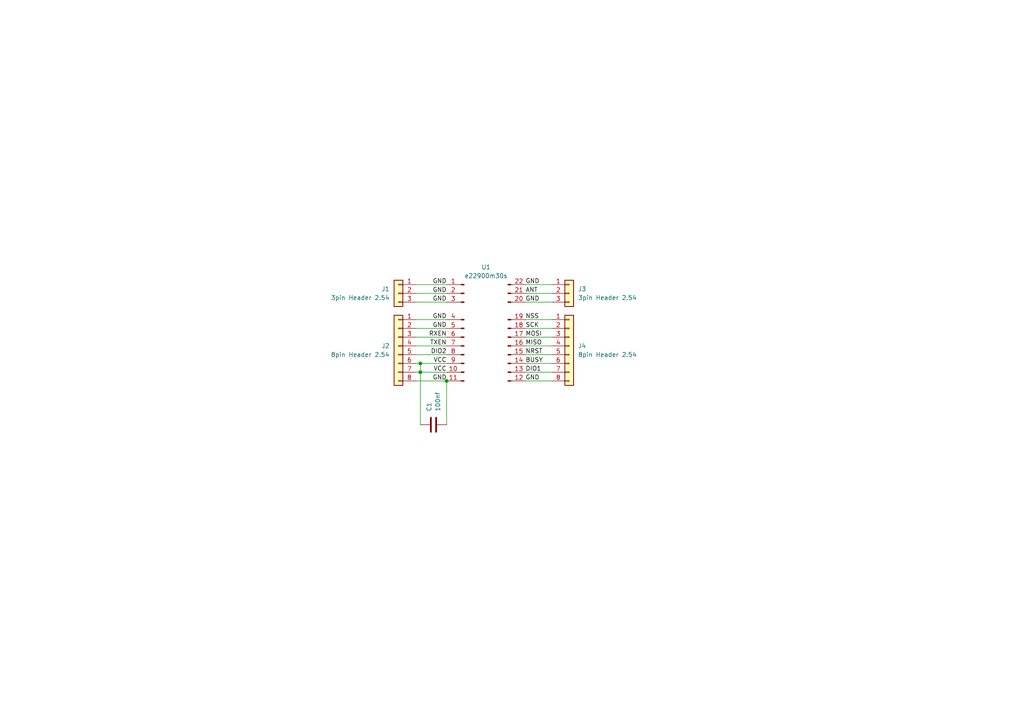
<source format=kicad_sch>
(kicad_sch (version 20231120) (generator "eeschema") (generator_version "8.0")
  (paper "A4")
  (lib_symbols
    (symbol "Connector_Generic:Conn_01x03" (pin_names (offset 1.016) hide)
      (property "Reference" "J" (at 0 5.08 0))
      (property "Value" "Conn_01x03" (at 0 -5.08 0))
      (symbol "Conn_01x03_1_1"
        (rectangle (start -1.27 -2.413) (end 0 -2.667) (stroke (width 0.1524)))
        (rectangle (start -1.27 0.127) (end 0 -0.127) (stroke (width 0.1524)))
        (rectangle (start -1.27 2.667) (end 0 2.413) (stroke (width 0.1524)))
        (rectangle (start -1.27 3.81) (end 1.27 -3.81) (stroke (width 0.254)) (fill (type background)))
        (pin passive line (at -5.08 2.54 0) (length 3.81) (name "Pin_1") (number "1"))
        (pin passive line (at -5.08 0 0) (length 3.81) (name "Pin_2") (number "2"))
        (pin passive line (at -5.08 -2.54 0) (length 3.81) (name "Pin_3") (number "3"))
      )
    )
    (symbol "Connector_Generic:Conn_01x08" (pin_names (offset 1.016) hide)
      (property "Reference" "J" (at 0 10.16 0))
      (property "Value" "Conn_01x08" (at 0 -12.7 0))
      (symbol "Conn_01x08_1_1"
        (rectangle (start -1.27 -10.033) (end 0 -10.287) (stroke (width 0.1524)))
        (rectangle (start -1.27 -7.493) (end 0 -7.747) (stroke (width 0.1524)))
        (rectangle (start -1.27 -4.953) (end 0 -5.207) (stroke (width 0.1524)))
        (rectangle (start -1.27 -2.413) (end 0 -2.667) (stroke (width 0.1524)))
        (rectangle (start -1.27 0.127) (end 0 -0.127) (stroke (width 0.1524)))
        (rectangle (start -1.27 2.667) (end 0 2.413) (stroke (width 0.1524)))
        (rectangle (start -1.27 5.207) (end 0 4.953) (stroke (width 0.1524)))
        (rectangle (start -1.27 7.747) (end 0 7.493) (stroke (width 0.1524)))
        (rectangle (start -1.27 8.89) (end 1.27 -11.43) (stroke (width 0.254)) (fill (type background)))
        (pin passive line (at -5.08 7.62 0) (length 3.81) (name "Pin_1") (number "1"))
        (pin passive line (at -5.08 5.08 0) (length 3.81) (name "Pin_2") (number "2"))
        (pin passive line (at -5.08 2.54 0) (length 3.81) (name "Pin_3") (number "3"))
        (pin passive line (at -5.08 0 0) (length 3.81) (name "Pin_4") (number "4"))
        (pin passive line (at -5.08 -2.54 0) (length 3.81) (name "Pin_5") (number "5"))
        (pin passive line (at -5.08 -5.08 0) (length 3.81) (name "Pin_6") (number "6"))
        (pin passive line (at -5.08 -7.62 0) (length 3.81) (name "Pin_7") (number "7"))
        (pin passive line (at -5.08 -10.16 0) (length 3.81) (name "Pin_8") (number "8"))
      )
    )
    (symbol "Device:C" (pin_numbers hide) (pin_names (offset 0.254))
      (property "Reference" "C" (at 0.635 2.54 0))
      (property "Value" "C" (at 0.635 -2.54 0))
      (symbol "C_0_1"
        (polyline (pts (xy -2.032 -0.762) (xy 2.032 -0.762)) (stroke (width 0.508)))
        (polyline (pts (xy -2.032 0.762) (xy 2.032 0.762)) (stroke (width 0.508)))
      )
      (symbol "C_1_1"
        (pin passive line (at 0 3.81 270) (length 2.794) (name "~") (number "1"))
        (pin passive line (at 0 -3.81 90) (length 2.794) (name "~") (number "2"))
      )
    )
    (symbol "e22:e22900m30s" (pin_names (offset 1.016) hide)
      (property "Reference" "U2" (at 0 22.86 0))
      (property "Value" "e22900m30s" (at 0 20.32 0))
      (symbol "e22900m30s_1_1"
        (rectangle (start -7.2136 -10.033) (end -6.35 -10.287) (stroke (width 0.1524)) (fill (type outline)))
        (rectangle (start -7.2136 -7.493) (end -6.35 -7.747) (stroke (width 0.1524)) (fill (type outline)))
        (rectangle (start -7.2136 -4.953) (end -6.35 -5.207) (stroke (width 0.1524)) (fill (type outline)))
        (rectangle (start -7.2136 -2.413) (end -6.35 -2.667) (stroke (width 0.1524)) (fill (type outline)))
        (rectangle (start -7.2136 0.127) (end -6.35 -0.127) (stroke (width 0.1524)) (fill (type outline)))
        (rectangle (start -7.2136 2.667) (end -6.35 2.413) (stroke (width 0.1524)) (fill (type outline)))
        (rectangle (start -7.2136 5.207) (end -6.35 4.953) (stroke (width 0.1524)) (fill (type outline)))
        (rectangle (start -7.2136 7.747) (end -6.35 7.493) (stroke (width 0.1524)) (fill (type outline)))
        (rectangle (start -7.2136 12.827) (end -6.35 12.573) (stroke (width 0.1524)) (fill (type outline)))
        (rectangle (start -7.2136 15.367) (end -6.35 15.113) (stroke (width 0.1524)) (fill (type outline)))
        (rectangle (start -7.2136 17.907) (end -6.35 17.653) (stroke (width 0.1524)) (fill (type outline)))
        (polyline (pts (xy -7.62 -10.16) (xy -7.2136 -10.16)) (stroke (width 0.1524)))
        (polyline (pts (xy -7.62 -7.62) (xy -7.2136 -7.62)) (stroke (width 0.1524)))
        (polyline (pts (xy -7.62 -5.08) (xy -7.2136 -5.08)) (stroke (width 0.1524)))
        (polyline (pts (xy -7.62 -2.54) (xy -7.2136 -2.54)) (stroke (width 0.1524)))
        (polyline (pts (xy -7.62 0) (xy -7.2136 0)) (stroke (width 0.1524)))
        (polyline (pts (xy -7.62 2.54) (xy -7.2136 2.54)) (stroke (width 0.1524)))
        (polyline (pts (xy -7.62 5.08) (xy -7.2136 5.08)) (stroke (width 0.1524)))
        (polyline (pts (xy -7.62 7.62) (xy -7.2136 7.62)) (stroke (width 0.1524)))
        (polyline (pts (xy -7.62 12.7) (xy -7.2136 12.7)) (stroke (width 0.1524)))
        (polyline (pts (xy -7.62 15.24) (xy -7.2136 15.24)) (stroke (width 0.1524)))
        (polyline (pts (xy -7.62 17.78) (xy -7.2136 17.78)) (stroke (width 0.1524)))
        (polyline (pts (xy 7.62 -10.16) (xy 7.2136 -10.16)) (stroke (width 0.1524)))
        (polyline (pts (xy 7.62 -7.62) (xy 7.2136 -7.62)) (stroke (width 0.1524)))
        (polyline (pts (xy 7.62 -5.08) (xy 7.2136 -5.08)) (stroke (width 0.1524)))
        (polyline (pts (xy 7.62 -2.54) (xy 7.2136 -2.54)) (stroke (width 0.1524)))
        (polyline (pts (xy 7.62 0) (xy 7.2136 0)) (stroke (width 0.1524)))
        (polyline (pts (xy 7.62 2.54) (xy 7.2136 2.54)) (stroke (width 0.1524)))
        (polyline (pts (xy 7.62 5.08) (xy 7.2136 5.08)) (stroke (width 0.1524)))
        (polyline (pts (xy 7.62 7.62) (xy 7.2136 7.62)) (stroke (width 0.1524)))
        (polyline (pts (xy 7.62 12.7) (xy 7.2136 12.7)) (stroke (width 0.1524)))
        (polyline (pts (xy 7.62 15.24) (xy 7.2136 15.24)) (stroke (width 0.1524)))
        (polyline (pts (xy 7.62 17.78) (xy 7.2136 17.78)) (stroke (width 0.1524)))
        (rectangle (start 7.2136 -10.033) (end 6.35 -10.287) (stroke (width 0.1524)) (fill (type outline)))
        (rectangle (start 7.2136 -7.493) (end 6.35 -7.747) (stroke (width 0.1524)) (fill (type outline)))
        (rectangle (start 7.2136 -4.953) (end 6.35 -5.207) (stroke (width 0.1524)) (fill (type outline)))
        (rectangle (start 7.2136 -2.413) (end 6.35 -2.667) (stroke (width 0.1524)) (fill (type outline)))
        (rectangle (start 7.2136 0.127) (end 6.35 -0.127) (stroke (width 0.1524)) (fill (type outline)))
        (rectangle (start 7.2136 2.667) (end 6.35 2.413) (stroke (width 0.1524)) (fill (type outline)))
        (rectangle (start 7.2136 5.207) (end 6.35 4.953) (stroke (width 0.1524)) (fill (type outline)))
        (rectangle (start 7.2136 7.747) (end 6.35 7.493) (stroke (width 0.1524)) (fill (type outline)))
        (rectangle (start 7.2136 12.827) (end 6.35 12.573) (stroke (width 0.1524)) (fill (type outline)))
        (rectangle (start 7.2136 15.367) (end 6.35 15.113) (stroke (width 0.1524)) (fill (type outline)))
        (rectangle (start 7.2136 17.907) (end 6.35 17.653) (stroke (width 0.1524)) (fill (type outline)))
        (pin input line (at -11.43 17.78 0) (length 3.81) (name "GND") (number "1"))
        (pin passive line (at -11.43 -7.62 0) (length 3.81) (name "VCC") (number "10"))
        (pin passive line (at -11.43 -10.16 0) (length 3.81) (name "GND") (number "11"))
        (pin passive line (at 11.43 -10.16 180) (length 3.81) (name "GND") (number "12"))
        (pin passive line (at 11.43 -7.62 180) (length 3.81) (name "DIO1") (number "13"))
        (pin passive line (at 11.43 -5.08 180) (length 3.81) (name "BUSY") (number "14"))
        (pin passive line (at 11.43 -2.54 180) (length 3.81) (name "NRST") (number "15"))
        (pin passive line (at 11.43 0 180) (length 3.81) (name "MISO") (number "16"))
        (pin passive line (at 11.43 2.54 180) (length 3.81) (name "MOSI") (number "17"))
        (pin passive line (at 11.43 5.08 180) (length 3.81) (name "SCK") (number "18"))
        (pin passive line (at 11.43 7.62 180) (length 3.81) (name "NSS") (number "19"))
        (pin passive line (at -11.43 15.24 0) (length 3.81) (name "GND") (number "2"))
        (pin passive line (at 11.43 12.7 180) (length 3.81) (name "GND") (number "20"))
        (pin passive line (at 11.43 15.24 180) (length 3.81) (name "ANT") (number "21"))
        (pin passive line (at 11.43 17.78 180) (length 3.81) (name "GND") (number "22"))
        (pin passive line (at -11.43 12.7 0) (length 3.81) (name "GND") (number "3"))
        (pin passive line (at -11.43 7.62 0) (length 3.81) (name "GND") (number "4"))
        (pin passive line (at -11.43 5.08 0) (length 3.81) (name "GND") (number "5"))
        (pin passive line (at -11.43 2.54 0) (length 3.81) (name "RXEN") (number "6"))
        (pin passive line (at -11.43 0 0) (length 3.81) (name "TXEN") (number "7"))
        (pin passive line (at -11.43 -2.54 0) (length 3.81) (name "DIO2") (number "8"))
        (pin passive line (at -11.43 -5.08 0) (length 3.81) (name "VCC") (number "9"))
      )
    )
  )
  (junction (at 121.92 107.95))
  (junction (at 121.92 105.41))
  (junction (at 129.54 110.49))
  (wire (pts (xy 120.65 100.33) (xy 129.54 100.33)))
  (wire (pts (xy 152.4 110.49) (xy 160.02 110.49)))
  (wire (pts (xy 152.4 85.09) (xy 160.02 85.09)))
  (wire (pts (xy 152.4 105.41) (xy 160.02 105.41)))
  (wire (pts (xy 121.92 105.41) (xy 129.54 105.41)))
  (wire (pts (xy 120.65 105.41) (xy 121.92 105.41)))
  (wire (pts (xy 120.65 95.25) (xy 129.54 95.25)))
  (wire (pts (xy 152.4 95.25) (xy 160.02 95.25)))
  (wire (pts (xy 152.4 102.87) (xy 160.02 102.87)))
  (wire (pts (xy 121.92 105.41) (xy 121.92 107.95)))
  (wire (pts (xy 120.65 107.95) (xy 121.92 107.95)))
  (wire (pts (xy 152.4 87.63) (xy 160.02 87.63)))
  (wire (pts (xy 120.65 102.87) (xy 129.54 102.87)))
  (wire (pts (xy 152.4 97.79) (xy 160.02 97.79)))
  (wire (pts (xy 121.92 107.95) (xy 129.54 107.95)))
  (wire (pts (xy 152.4 107.95) (xy 160.02 107.95)))
  (wire (pts (xy 120.65 92.71) (xy 129.54 92.71)))
  (wire (pts (xy 120.65 110.49) (xy 129.54 110.49)))
  (wire (pts (xy 152.4 92.71) (xy 160.02 92.71)))
  (wire (pts (xy 120.65 87.63) (xy 129.54 87.63)))
  (wire (pts (xy 120.65 97.79) (xy 129.54 97.79)))
  (wire (pts (xy 129.54 110.49) (xy 129.54 123.19)))
  (wire (pts (xy 152.4 100.33) (xy 160.02 100.33)))
  (wire (pts (xy 152.4 82.55) (xy 160.02 82.55)))
  (wire (pts (xy 120.65 82.55) (xy 129.54 82.55)))
  (wire (pts (xy 121.92 107.95) (xy 121.92 123.19)))
  (wire (pts (xy 120.65 85.09) (xy 129.54 85.09)))
  (label "GND" (at 152.4 82.55 0))
  (label "GND" (at 129.54 82.55 180))
  (label "VCC" (at 129.54 105.41 180))
  (label "TXEN" (at 129.54 100.33 180))
  (label "GND" (at 129.54 85.09 180))
  (label "GND" (at 129.54 95.25 180))
  (label "GND" (at 129.54 110.49 180))
  (label "ANT" (at 152.4 85.09 0))
  (label "GND" (at 152.4 110.49 0))
  (label "RXEN" (at 129.54 97.79 180))
  (label "DIO1" (at 152.4 107.95 0))
  (label "VCC" (at 129.54 107.95 180))
  (label "GND" (at 152.4 87.63 0))
  (label "BUSY" (at 152.4 105.41 0))
  (label "NSS" (at 152.4 92.71 0))
  (label "DIO2" (at 129.54 102.87 180))
  (label "MOSI" (at 152.4 97.79 0))
  (label "GND" (at 129.54 92.71 180))
  (label "NRST" (at 152.4 102.87 0))
  (label "GND" (at 129.54 87.63 180))
  (label "MISO" (at 152.4 100.33 0))
  (label "SCK" (at 152.4 95.25 0))
  (symbol (lib_id "Connector_Generic:Conn_01x08") (at 115.57 100.33 0) (mirror y) (unit 1)
    (property "Reference" "J2" (at 113.03 100.3299 0) (effects (justify left)))
    (property "Value" "8pin Header 2.54" (at 113.03 102.8699 0) (effects (justify left)))
    (property "Footprint" "Connector_PinHeader_2.54mm:PinHeader_1x08_P2.54mm_Vertical" (effects (hide yes)))
    (property "Description" "Generic connector, single row, 01x08, script generated (kicad-library-utils/schlib/autogen/connector/)" (effects (hide yes)))
  )
  (symbol (lib_id "Connector_Generic:Conn_01x08") (at 165.1 100.33 0) (unit 1)
    (property "Reference" "J4" (at 167.64 100.3299 0) (effects (justify left)))
    (property "Value" "8pin Header 2.54" (at 167.64 102.8699 0) (effects (justify left)))
    (property "Footprint" "Connector_PinHeader_2.54mm:PinHeader_1x08_P2.54mm_Vertical" (effects (hide yes)))
    (property "Description" "Generic connector, single row, 01x08, script generated (kicad-library-utils/schlib/autogen/connector/)" (effects (hide yes)))
  )
  (symbol (lib_id "Connector_Generic:Conn_01x03") (at 165.1 85.09 0) (unit 1)
    (property "Reference" "J3" (at 167.64 83.8199 0) (effects (justify left)))
    (property "Value" "3pin Header 2.54" (at 167.64 86.3599 0) (effects (justify left)))
    (property "Footprint" "Connector_PinHeader_2.54mm:PinHeader_1x03_P2.54mm_Vertical" (effects (hide yes)))
    (property "Description" "Generic connector, single row, 01x03, script generated (kicad-library-utils/schlib/autogen/connector/)" (effects (hide yes)))
  )
  (symbol (lib_id "e22:e22900m30s") (at 140.97 100.33 0) (unit 1)
    (property "Reference" "U1" (at 140.97 77.47 0))
    (property "Value" "e22900m30s" (at 140.97 80.01 0))
    (property "Footprint" "e22:PE22(400M30S)" (effects (hide yes)))
    (property "Description" "e22-900m30s" (effects (hide yes)))
  )
  (symbol (lib_id "Device:C") (at 125.73 123.19 90) (unit 1)
    (property "Reference" "C1" (at 124.4599 119.38 0) (effects (justify left)))
    (property "Value" "100nf" (at 126.9999 119.38 0) (effects (justify left)))
    (property "Footprint" "Capacitor_SMD:C_1206_3216Metric" (effects (hide yes)))
    (property "Description" "Unpolarized capacitor" (effects (hide yes)))
  )
  (symbol (lib_id "Connector_Generic:Conn_01x03") (at 115.57 85.09 0) (mirror y) (unit 1)
    (property "Reference" "J1" (at 113.03 83.8199 0) (effects (justify left)))
    (property "Value" "3pin Header 2.54" (at 113.03 86.3599 0) (effects (justify left)))
    (property "Footprint" "Connector_PinHeader_2.54mm:PinHeader_1x03_P2.54mm_Vertical" (effects (hide yes)))
    (property "Description" "Generic connector, single row, 01x03, script generated (kicad-library-utils/schlib/autogen/connector/)" (effects (hide yes)))
  )
)
</source>
